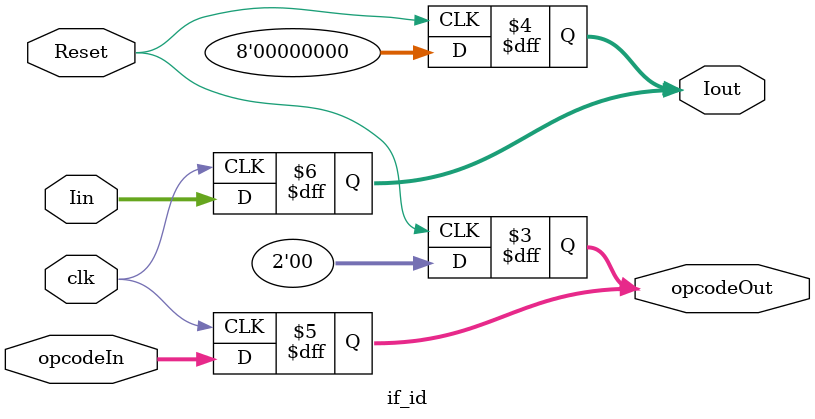
<source format=v>
`timescale 1ns / 1ps

module if_id(
    input clk,
    input Reset,
    
    input [1:0] opcodeIn,
    output reg [1:0] opcodeOut,
    
    input [7:0] Iin,
    output reg [7:0] Iout
);

always@(posedge clk)
begin
    Iout = Iin;
    opcodeOut = opcodeIn;
end

always@(negedge Reset)
begin
    Iout = 0;
    opcodeOut = 0;
end
endmodule
</source>
